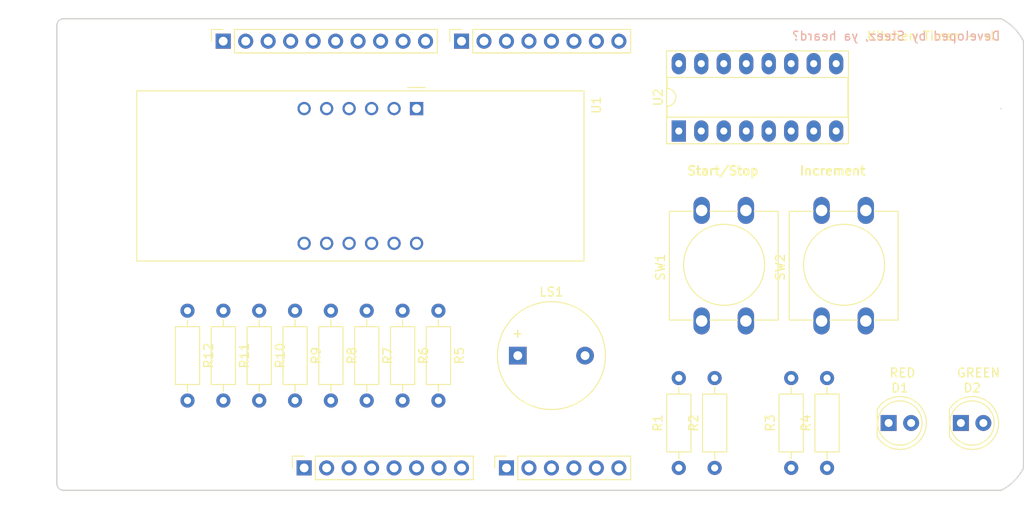
<source format=kicad_pcb>
(kicad_pcb (version 20221018) (generator pcbnew)
  (title_block (date "mar. 31 mars 2015"))
  (layers (0 "F.Cu" signal) (31 "B.Cu" signal) (34 "B.Paste" user) (35 "F.Paste" user) (36 "B.SilkS" user "B.Silkscreen") (37 "F.SilkS" user "F.Silkscreen") (38 "B.Mask" user) (39 "F.Mask" user) (44 "Edge.Cuts" user))
  (net 0 "")
  (net 1 "GND")
  (net 3 "+5V")
  (net 4 "/IOREF")
  (net 5 "/A0")
  (net 6 "/A1")
  (net 7 "/A2")
  (net 8 "/A3")
  (net 9 "/SDA{slash}A4")
  (net 10 "/SCL{slash}A5")
  (net 11 "Net-(D1-A)")
  (net 12 "Net-(D2-A)")
  (net 16 "Dig1")
  (net 17 "Dig2")
  (net 18 "Dig3")
  (net 19 "Dig4")
  (net 20 "DS")
  (net 21 "ST_CP")
  (net 22 "SH_CP")
  (net 23 "/TX{slash}1")
  (net 24 "Buzzer")
  (net 25 "/RX{slash}0")
  (net 26 "+3V3")
  (net 27 "VCC")
  (net 28 "/~{RESET}")
  (net 29 "RED_LED")
  (net 30 "GREEN_LED")
  (net 31 "Button_2")
  (net 32 "Button_1")
  (net 33 "a")
  (net 34 "Net-(U1-a)")
  (net 35 "b")
  (net 36 "Net-(U1-b)")
  (net 37 "c")
  (net 38 "Net-(U1-c)")
  (net 39 "d")
  (net 40 "Net-(U1-d)")
  (net 41 "e")
  (net 42 "Net-(U1-e)")
  (net 43 "f")
  (net 44 "Net-(U1-f)")
  (net 45 "g")
  (net 46 "Net-(U1-g)")
  (net 47 "dp")
  (net 48 "Net-(U1-DPX)")
  (footprint "Connector_PinSocket_2.54mm:PinSocket_1x08_P2.54mm_Vertical" (layer "F.Cu") (at 127.94 97.46 90)
    (fp_text reference "J1" hide)
    (fp_text value "Power")
    (fp_line (start -1.33 1.27) (end -1.33 19.11) (stroke (width 0.12)) (layer "F.SilkS"))
    (fp_line (start -1.33 1.27) (end 1.33 1.27) (stroke (width 0.12)) (layer "F.SilkS"))
    (fp_line (start -1.33 19.11) (end 1.33 19.11) (stroke (width 0.12)) (layer "F.SilkS"))
    (fp_line (start 0 -1.33) (end 1.33 -1.33) (stroke (width 0.12)) (layer "F.SilkS"))
    (fp_line (start 1.33 -1.33) (end 1.33 0) (stroke (width 0.12)) (layer "F.SilkS"))
    (fp_line (start 1.33 1.27) (end 1.33 19.11) (stroke (width 0.12)) (layer "F.SilkS"))
    (pad "1" thru_hole rect locked (at 0 0 90) (size 1.7 1.7) (drill 1) (layers "*.Cu" "*.Mask"))
    (pad "2" thru_hole oval locked (at 0 2.54 90) (size 1.7 1.7) (drill 1) (layers "*.Cu" "*.Mask") (net 4 "/IOREF"))
    (pad "3" thru_hole oval locked (at 0 5.08 90) (size 1.7 1.7) (drill 1) (layers "*.Cu" "*.Mask") (net 28 "/~{RESET}"))
    (pad "4" thru_hole oval locked (at 0 7.62 90) (size 1.7 1.7) (drill 1) (layers "*.Cu" "*.Mask") (net 26 "+3V3"))
    (pad "5" thru_hole oval locked (at 0 10.16 90) (size 1.7 1.7) (drill 1) (layers "*.Cu" "*.Mask") (net 3 "+5V"))
    (pad "6" thru_hole oval locked (at 0 12.7 90) (size 1.7 1.7) (drill 1) (layers "*.Cu" "*.Mask") (net 1 "GND"))
    (pad "7" thru_hole oval locked (at 0 15.24 90) (size 1.7 1.7) (drill 1) (layers "*.Cu" "*.Mask") (net 1 "GND"))
    (pad "8" thru_hole oval locked (at 0 17.78 90) (size 1.7 1.7) (drill 1) (layers "*.Cu" "*.Mask") (net 27 "VCC"))
  )
  (footprint "Connector_PinSocket_2.54mm:PinSocket_1x06_P2.54mm_Vertical" (layer "F.Cu") (at 150.8 97.46 90)
    (fp_text reference "J3" hide)
    (fp_text value "Analog")
    (fp_line (start -1.33 1.27) (end -1.33 14.03) (stroke (width 0.12)) (layer "F.SilkS"))
    (fp_line (start -1.33 1.27) (end 1.33 1.27) (stroke (width 0.12)) (layer "F.SilkS"))
    (fp_line (start -1.33 14.03) (end 1.33 14.03) (stroke (width 0.12)) (layer "F.SilkS"))
    (fp_line (start 0 -1.33) (end 1.33 -1.33) (stroke (width 0.12)) (layer "F.SilkS"))
    (fp_line (start 1.33 -1.33) (end 1.33 0) (stroke (width 0.12)) (layer "F.SilkS"))
    (fp_line (start 1.33 1.27) (end 1.33 14.03) (stroke (width 0.12)) (layer "F.SilkS"))
    (pad "1" thru_hole rect locked (at 0 0 90) (size 1.7 1.7) (drill 1) (layers "*.Cu" "*.Mask") (net 5 "/A0"))
    (pad "2" thru_hole oval locked (at 0 2.54 90) (size 1.7 1.7) (drill 1) (layers "*.Cu" "*.Mask") (net 6 "/A1"))
    (pad "3" thru_hole oval locked (at 0 5.08 90) (size 1.7 1.7) (drill 1) (layers "*.Cu" "*.Mask") (net 7 "/A2"))
    (pad "4" thru_hole oval locked (at 0 7.62 90) (size 1.7 1.7) (drill 1) (layers "*.Cu" "*.Mask") (net 8 "/A3"))
    (pad "5" thru_hole oval locked (at 0 10.16 90) (size 1.7 1.7) (drill 1) (layers "*.Cu" "*.Mask") (net 9 "/SDA{slash}A4"))
    (pad "6" thru_hole oval locked (at 0 12.7 90) (size 1.7 1.7) (drill 1) (layers "*.Cu" "*.Mask") (net 10 "/SCL{slash}A5"))
  )
  (footprint "Connector_PinSocket_2.54mm:PinSocket_1x10_P2.54mm_Vertical" (layer "F.Cu") (at 118.796 49.2 90)
    (fp_text reference "J2" hide)
    (fp_text value "Digital/PWM")
    (fp_line (start -1.33 1.27) (end -1.33 24.19) (stroke (width 0.12)) (layer "F.SilkS"))
    (fp_line (start -1.33 1.27) (end 1.33 1.27) (stroke (width 0.12)) (layer "F.SilkS"))
    (fp_line (start -1.33 24.19) (end 1.33 24.19) (stroke (width 0.12)) (layer "F.SilkS"))
    (fp_line (start 0 -1.33) (end 1.33 -1.33) (stroke (width 0.12)) (layer "F.SilkS"))
    (fp_line (start 1.33 -1.33) (end 1.33 0) (stroke (width 0.12)) (layer "F.SilkS"))
    (fp_line (start 1.33 1.27) (end 1.33 24.19) (stroke (width 0.12)) (layer "F.SilkS"))
    (pad "1" thru_hole rect locked (at 0 0 90) (size 1.7 1.7) (drill 1) (layers "*.Cu" "*.Mask"))
    (pad "2" thru_hole oval locked (at 0 2.54 90) (size 1.7 1.7) (drill 1) (layers "*.Cu" "*.Mask"))
    (pad "3" thru_hole oval locked (at 0 5.08 90) (size 1.7 1.7) (drill 1) (layers "*.Cu" "*.Mask"))
    (pad "4" thru_hole oval locked (at 0 7.62 90) (size 1.7 1.7) (drill 1) (layers "*.Cu" "*.Mask") (net 1 "GND"))
    (pad "5" thru_hole oval locked (at 0 10.16 90) (size 1.7 1.7) (drill 1) (layers "*.Cu" "*.Mask") (net 16 "Dig1"))
    (pad "6" thru_hole oval locked (at 0 12.7 90) (size 1.7 1.7) (drill 1) (layers "*.Cu" "*.Mask") (net 17 "Dig2"))
    (pad "7" thru_hole oval locked (at 0 15.24 90) (size 1.7 1.7) (drill 1) (layers "*.Cu" "*.Mask") (net 18 "Dig3"))
    (pad "8" thru_hole oval locked (at 0 17.78 90) (size 1.7 1.7) (drill 1) (layers "*.Cu" "*.Mask") (net 19 "Dig4"))
    (pad "9" thru_hole oval locked (at 0 20.32 90) (size 1.7 1.7) (drill 1) (layers "*.Cu" "*.Mask") (net 20 "DS"))
    (pad "10" thru_hole oval locked (at 0 22.86 90) (size 1.7 1.7) (drill 1) (layers "*.Cu" "*.Mask") (net 21 "ST_CP"))
  )
  (footprint "Connector_PinSocket_2.54mm:PinSocket_1x08_P2.54mm_Vertical" (layer "F.Cu") (at 145.72 49.2 90)
    (fp_text reference "J4" hide)
    (fp_text value "Digital/PWM")
    (fp_line (start -1.33 1.27) (end -1.33 19.11) (stroke (width 0.12)) (layer "F.SilkS"))
    (fp_line (start -1.33 1.27) (end 1.33 1.27) (stroke (width 0.12)) (layer "F.SilkS"))
    (fp_line (start -1.33 19.11) (end 1.33 19.11) (stroke (width 0.12)) (layer "F.SilkS"))
    (fp_line (start 0 -1.33) (end 1.33 -1.33) (stroke (width 0.12)) (layer "F.SilkS"))
    (fp_line (start 1.33 -1.33) (end 1.33 0) (stroke (width 0.12)) (layer "F.SilkS"))
    (fp_line (start 1.33 1.27) (end 1.33 19.11) (stroke (width 0.12)) (layer "F.SilkS"))
    (pad "1" thru_hole rect locked (at 0 0 90) (size 1.7 1.7) (drill 1) (layers "*.Cu" "*.Mask") (net 22 "SH_CP"))
    (pad "2" thru_hole oval locked (at 0 2.54 90) (size 1.7 1.7) (drill 1) (layers "*.Cu" "*.Mask") (net 24 "Buzzer"))
    (pad "3" thru_hole oval locked (at 0 5.08 90) (size 1.7 1.7) (drill 1) (layers "*.Cu" "*.Mask") (net 29 "RED_LED"))
    (pad "4" thru_hole oval locked (at 0 7.62 90) (size 1.7 1.7) (drill 1) (layers "*.Cu" "*.Mask") (net 30 "GREEN_LED"))
    (pad "5" thru_hole oval locked (at 0 10.16 90) (size 1.7 1.7) (drill 1) (layers "*.Cu" "*.Mask") (net 31 "Button_2"))
    (pad "6" thru_hole oval locked (at 0 12.7 90) (size 1.7 1.7) (drill 1) (layers "*.Cu" "*.Mask") (net 32 "Button_1"))
    (pad "7" thru_hole oval locked (at 0 15.24 90) (size 1.7 1.7) (drill 1) (layers "*.Cu" "*.Mask") (net 23 "/TX{slash}1"))
    (pad "8" thru_hole oval locked (at 0 17.78 90) (size 1.7 1.7) (drill 1) (layers "*.Cu" "*.Mask") (net 25 "/RX{slash}0"))
  )
  (footprint "LED_THT:LED_D5.0mm" (layer "F.Cu") (at 202.14 92.38)
    (fp_text reference "D2" (at 1.27 -3.96) (layer "F.SilkS"))
    (fp_text value "LED")
    (fp_line (start -1.29 -1.545) (end -1.29 1.545) (stroke (width 0.12)) (layer "F.SilkS"))
    (fp_arc (start -1.29 -1.54483) (mid 2.072002 -2.880433) (end 4.26 0.000462) (stroke (width 0.12)) (layer "F.SilkS"))
    (fp_arc (start 4.26 -0.000462) (mid 2.072002 2.880433) (end -1.29 1.54483) (stroke (width 0.12)) (layer "F.SilkS"))
    (fp_circle (center 1.27 0) (end 3.77 0) (stroke (width 0.12)) (fill none) (layer "F.SilkS"))
    (pad "1" thru_hole rect (at 0 0) (size 1.8 1.8) (drill 0.9) (layers "*.Cu" "*.Mask") (net 1 "GND"))
    (pad "2" thru_hole circle (at 2.54 0) (size 1.8 1.8) (drill 0.9) (layers "*.Cu" "*.Mask") (net 12 "Net-(D2-A)"))
  )
  (footprint "Package_DIP:DIP-16_W7.62mm_Socket_LongPads" (layer "F.Cu") (at 170.27 59.36 90)
    (fp_text reference "U2" (at 3.81 -2.33 90) (layer "F.SilkS"))
    (fp_text value "74HC595")
    (fp_line (start -1.44 -1.39) (end -1.44 19.17) (stroke (width 0.12)) (layer "F.SilkS"))
    (fp_line (start -1.44 19.17) (end 9.06 19.17) (stroke (width 0.12)) (layer "F.SilkS"))
    (fp_line (start 1.56 -1.33) (end 1.56 19.11) (stroke (width 0.12)) (layer "F.SilkS"))
    (fp_line (start 1.56 19.11) (end 6.06 19.11) (stroke (width 0.12)) (layer "F.SilkS"))
    (fp_line (start 2.81 -1.33) (end 1.56 -1.33) (stroke (width 0.12)) (layer "F.SilkS"))
    (fp_line (start 6.06 -1.33) (end 4.81 -1.33) (stroke (width 0.12)) (layer "F.SilkS"))
    (fp_line (start 6.06 19.11) (end 6.06 -1.33) (stroke (width 0.12)) (layer "F.SilkS"))
    (fp_line (start 9.06 -1.39) (end -1.44 -1.39) (stroke (width 0.12)) (layer "F.SilkS"))
    (fp_line (start 9.06 19.17) (end 9.06 -1.39) (stroke (width 0.12)) (layer "F.SilkS"))
    (fp_arc (start 4.81 -1.33) (mid 3.81 -0.33) (end 2.81 -1.33) (stroke (width 0.12)) (layer "F.SilkS"))
    (pad "1" thru_hole rect (at 0 0 90) (size 2.4 1.6) (drill 0.8) (layers "*.Cu" "*.Mask") (net 35 "b"))
    (pad "2" thru_hole oval (at 0 2.54 90) (size 2.4 1.6) (drill 0.8) (layers "*.Cu" "*.Mask") (net 37 "c"))
    (pad "3" thru_hole oval (at 0 5.08 90) (size 2.4 1.6) (drill 0.8) (layers "*.Cu" "*.Mask") (net 39 "d"))
    (pad "4" thru_hole oval (at 0 7.62 90) (size 2.4 1.6) (drill 0.8) (layers "*.Cu" "*.Mask") (net 41 "e"))
    (pad "5" thru_hole oval (at 0 10.16 90) (size 2.4 1.6) (drill 0.8) (layers "*.Cu" "*.Mask") (net 43 "f"))
    (pad "6" thru_hole oval (at 0 12.7 90) (size 2.4 1.6) (drill 0.8) (layers "*.Cu" "*.Mask") (net 45 "g"))
    (pad "7" thru_hole oval (at 0 15.24 90) (size 2.4 1.6) (drill 0.8) (layers "*.Cu" "*.Mask") (net 47 "dp"))
    (pad "8" thru_hole oval (at 0 17.78 90) (size 2.4 1.6) (drill 0.8) (layers "*.Cu" "*.Mask") (net 1 "GND"))
    (pad "9" thru_hole oval (at 7.62 17.78 90) (size 2.4 1.6) (drill 0.8) (layers "*.Cu" "*.Mask"))
    (pad "10" thru_hole oval (at 7.62 15.24 90) (size 2.4 1.6) (drill 0.8) (layers "*.Cu" "*.Mask") (net 3 "+5V"))
    (pad "11" thru_hole oval (at 7.62 12.7 90) (size 2.4 1.6) (drill 0.8) (layers "*.Cu" "*.Mask") (net 22 "SH_CP"))
    (pad "12" thru_hole oval (at 7.62 10.16 90) (size 2.4 1.6) (drill 0.8) (layers "*.Cu" "*.Mask") (net 21 "ST_CP"))
    (pad "13" thru_hole oval (at 7.62 7.62 90) (size 2.4 1.6) (drill 0.8) (layers "*.Cu" "*.Mask") (net 1 "GND"))
    (pad "14" thru_hole oval (at 7.62 5.08 90) (size 2.4 1.6) (drill 0.8) (layers "*.Cu" "*.Mask") (net 20 "DS"))
    (pad "15" thru_hole oval (at 7.62 2.54 90) (size 2.4 1.6) (drill 0.8) (layers "*.Cu" "*.Mask") (net 33 "a"))
    (pad "16" thru_hole oval (at 7.62 0 90) (size 2.4 1.6) (drill 0.8) (layers "*.Cu" "*.Mask") (net 3 "+5V"))
  )
  (footprint "Resistor_THT:R_Axial_DIN0207_L6.3mm_D2.5mm_P10.16mm_Horizontal" (layer "F.Cu") (at 130.96 79.68 -90)
    (fp_text reference "R8" (at 5.08 -2.37 90) (layer "F.SilkS"))
    (fp_text value "100")
    (fp_line (start 1.04 0) (end 1.81 0) (stroke (width 0.12)) (layer "F.SilkS"))
    (fp_line (start 1.81 -1.37) (end 1.81 1.37) (stroke (width 0.12)) (layer "F.SilkS"))
    (fp_line (start 1.81 1.37) (end 8.35 1.37) (stroke (width 0.12)) (layer "F.SilkS"))
    (fp_line (start 8.35 -1.37) (end 1.81 -1.37) (stroke (width 0.12)) (layer "F.SilkS"))
    (fp_line (start 8.35 1.37) (end 8.35 -1.37) (stroke (width 0.12)) (layer "F.SilkS"))
    (fp_line (start 9.12 0) (end 8.35 0) (stroke (width 0.12)) (layer "F.SilkS"))
    (pad "1" thru_hole circle (at 0 0 270) (size 1.6 1.6) (drill 0.8) (layers "*.Cu" "*.Mask") (net 39 "d"))
    (pad "2" thru_hole oval (at 10.16 0 270) (size 1.6 1.6) (drill 0.8) (layers "*.Cu" "*.Mask") (net 40 "Net-(U1-d)"))
  )
  (footprint "Resistor_THT:R_Axial_DIN0207_L6.3mm_D2.5mm_P10.16mm_Horizontal" (layer "F.Cu") (at 143.11 79.68 -90)
    (fp_text reference "R5" (at 5.08 -2.37 90) (layer "F.SilkS"))
    (fp_text value "100")
    (fp_line (start 1.04 0) (end 1.81 0) (stroke (width 0.12)) (layer "F.SilkS"))
    (fp_line (start 1.81 -1.37) (end 1.81 1.37) (stroke (width 0.12)) (layer "F.SilkS"))
    (fp_line (start 1.81 1.37) (end 8.35 1.37) (stroke (width 0.12)) (layer "F.SilkS"))
    (fp_line (start 8.35 -1.37) (end 1.81 -1.37) (stroke (width 0.12)) (layer "F.SilkS"))
    (fp_line (start 8.35 1.37) (end 8.35 -1.37) (stroke (width 0.12)) (layer "F.SilkS"))
    (fp_line (start 9.12 0) (end 8.35 0) (stroke (width 0.12)) (layer "F.SilkS"))
    (pad "1" thru_hole circle (at 0 0 270) (size 1.6 1.6) (drill 0.8) (layers "*.Cu" "*.Mask") (net 33 "a"))
    (pad "2" thru_hole oval (at 10.16 0 270) (size 1.6 1.6) (drill 0.8) (layers "*.Cu" "*.Mask") (net 34 "Net-(U1-a)"))
  )
  (footprint "LED_THT:LED_D5.0mm" (layer "F.Cu") (at 193.98 92.38)
    (fp_text reference "D1" (at 1.27 -3.96) (layer "F.SilkS"))
    (fp_text value "LED")
    (fp_line (start -1.29 -1.545) (end -1.29 1.545) (stroke (width 0.12)) (layer "F.SilkS"))
    (fp_arc (start -1.29 -1.54483) (mid 2.072002 -2.880433) (end 4.26 0.000462) (stroke (width 0.12)) (layer "F.SilkS"))
    (fp_arc (start 4.26 -0.000462) (mid 2.072002 2.880433) (end -1.29 1.54483) (stroke (width 0.12)) (layer "F.SilkS"))
    (fp_circle (center 1.27 0) (end 3.77 0) (stroke (width 0.12)) (fill none) (layer "F.SilkS"))
    (pad "1" thru_hole rect (at 0 0) (size 1.8 1.8) (drill 0.9) (layers "*.Cu" "*.Mask") (net 1 "GND"))
    (pad "2" thru_hole circle (at 2.54 0) (size 1.8 1.8) (drill 0.9) (layers "*.Cu" "*.Mask") (net 11 "Net-(D1-A)"))
  )
  (footprint "Resistor_THT:R_Axial_DIN0207_L6.3mm_D2.5mm_P10.16mm_Horizontal" (layer "F.Cu") (at 170.27 97.46 90)
    (fp_text reference "R1" (at 5.08 -2.37 90) (layer "F.SilkS"))
    (fp_text value "10k")
    (fp_line (start 1.04 0) (end 1.81 0) (stroke (width 0.12)) (layer "F.SilkS"))
    (fp_line (start 1.81 -1.37) (end 1.81 1.37) (stroke (width 0.12)) (layer "F.SilkS"))
    (fp_line (start 1.81 1.37) (end 8.35 1.37) (stroke (width 0.12)) (layer "F.SilkS"))
    (fp_line (start 8.35 -1.37) (end 1.81 -1.37) (stroke (width 0.12)) (layer "F.SilkS"))
    (fp_line (start 8.35 1.37) (end 8.35 -1.37) (stroke (width 0.12)) (layer "F.SilkS"))
    (fp_line (start 9.12 0) (end 8.35 0) (stroke (width 0.12)) (layer "F.SilkS"))
    (pad "1" thru_hole circle (at 0 0 90) (size 1.6 1.6) (drill 0.8) (layers "*.Cu" "*.Mask") (net 32 "Button_1"))
    (pad "2" thru_hole oval (at 10.16 0 90) (size 1.6 1.6) (drill 0.8) (layers "*.Cu" "*.Mask") (net 1 "GND"))
  )
  (footprint "Buzzer_Beeper:Buzzer_12x9.5RM7.6" (layer "F.Cu") (at 152.08 84.76)
    (fp_text reference "LS1" (at 3.8 -7.2) (layer "F.SilkS"))
    (fp_text value "Speaker")
    (fp_text user "+" (at -0.01 -2.54) (layer "F.SilkS"))
    (fp_circle (center 3.8 0) (end 9.9 0) (stroke (width 0.12)) (fill none) (layer "F.SilkS"))
    (pad "1" thru_hole rect (at 0 0) (size 2 2) (drill 1) (layers "*.Cu" "*.Mask") (net 24 "Buzzer"))
    (pad "2" thru_hole circle (at 7.6 0) (size 2 2) (drill 1) (layers "*.Cu" "*.Mask") (net 1 "GND"))
  )
  (footprint "Resistor_THT:R_Axial_DIN0207_L6.3mm_D2.5mm_P10.16mm_Horizontal" (layer "F.Cu") (at 174.32 97.46 90)
    (fp_text reference "R2" (at 5.08 -2.37 90) (layer "F.SilkS"))
    (fp_text value "10k")
    (fp_line (start 1.04 0) (end 1.81 0) (stroke (width 0.12)) (layer "F.SilkS"))
    (fp_line (start 1.81 -1.37) (end 1.81 1.37) (stroke (width 0.12)) (layer "F.SilkS"))
    (fp_line (start 1.81 1.37) (end 8.35 1.37) (stroke (width 0.12)) (layer "F.SilkS"))
    (fp_line (start 8.35 -1.37) (end 1.81 -1.37) (stroke (width 0.12)) (layer "F.SilkS"))
    (fp_line (start 8.35 1.37) (end 8.35 -1.37) (stroke (width 0.12)) (layer "F.SilkS"))
    (fp_line (start 9.12 0) (end 8.35 0) (stroke (width 0.12)) (layer "F.SilkS"))
    (pad "1" thru_hole circle (at 0 0 90) (size 1.6 1.6) (drill 0.8) (layers "*.Cu" "*.Mask") (net 31 "Button_2"))
    (pad "2" thru_hole oval (at 10.16 0 90) (size 1.6 1.6) (drill 0.8) (layers "*.Cu" "*.Mask") (net 1 "GND"))
  )
  (footprint "Button_Switch_THT:SW_PUSH-12mm" (layer "F.Cu") (at 172.85 80.84 90)
    (fp_text reference "SW1" (at 6.08 -4.66 90) (layer "F.SilkS"))
    (fp_text value "SW_Push")
    (fp_line (start 0.1 -3.65) (end 12.4 -3.65) (stroke (width 0.12)) (layer "F.SilkS"))
    (fp_line (start 0.1 -0.93) (end 0.1 -3.65) (stroke (width 0.12)) (layer "F.SilkS"))
    (fp_line (start 0.1 4.07) (end 0.1 0.93) (stroke (width 0.12)) (layer "F.SilkS"))
    (fp_line (start 0.1 8.65) (end 0.1 5.93) (stroke (width 0.12)) (layer "F.SilkS"))
    (fp_line (start 12.4 -3.65) (end 12.4 -0.93) (stroke (width 0.12)) (layer "F.SilkS"))
    (fp_line (start 12.4 0.93) (end 12.4 4.07) (stroke (width 0.12)) (layer "F.SilkS"))
    (fp_line (start 12.4 5.93) (end 12.4 8.65) (stroke (width 0.12)) (layer "F.SilkS"))
    (fp_line (start 12.4 8.65) (end 0.1 8.65) (stroke (width 0.12)) (layer "F.SilkS"))
    (fp_circle (center 6.35 2.54) (end 10.16 5.08) (stroke (width 0.12)) (fill none) (layer "F.SilkS"))
    (pad "1" thru_hole oval (at 0 0 90) (size 3.048 1.85) (drill 1.3) (layers "*.Cu" "*.Mask") (net 3 "+5V"))
    (pad "1" thru_hole oval (at 12.5 0 90) (size 3.048 1.85) (drill 1.3) (layers "*.Cu" "*.Mask") (net 3 "+5V"))
    (pad "2" thru_hole oval (at 0 5 90) (size 3.048 1.85) (drill 1.3) (layers "*.Cu" "*.Mask") (net 32 "Button_1"))
    (pad "2" thru_hole oval (at 12.5 5 90) (size 3.048 1.85) (drill 1.3) (layers "*.Cu" "*.Mask") (net 32 "Button_1"))
  )
  (footprint "Button_Switch_THT:SW_PUSH-12mm" (layer "F.Cu") (at 186.4 80.84 90)
    (fp_text reference "SW2" (at 6.08 -4.66 90) (layer "F.SilkS"))
    (fp_text value "SW_Push")
    (fp_line (start 0.1 -3.65) (end 12.4 -3.65) (stroke (width 0.12)) (layer "F.SilkS"))
    (fp_line (start 0.1 -0.93) (end 0.1 -3.65) (stroke (width 0.12)) (layer "F.SilkS"))
    (fp_line (start 0.1 4.07) (end 0.1 0.93) (stroke (width 0.12)) (layer "F.SilkS"))
    (fp_line (start 0.1 8.65) (end 0.1 5.93) (stroke (width 0.12)) (layer "F.SilkS"))
    (fp_line (start 12.4 -3.65) (end 12.4 -0.93) (stroke (width 0.12)) (layer "F.SilkS"))
    (fp_line (start 12.4 0.93) (end 12.4 4.07) (stroke (width 0.12)) (layer "F.SilkS"))
    (fp_line (start 12.4 5.93) (end 12.4 8.65) (stroke (width 0.12)) (layer "F.SilkS"))
    (fp_line (start 12.4 8.65) (end 0.1 8.65) (stroke (width 0.12)) (layer "F.SilkS"))
    (fp_circle (center 6.35 2.54) (end 10.16 5.08) (stroke (width 0.12)) (fill none) (layer "F.SilkS"))
    (pad "1" thru_hole oval (at 0 0 90) (size 3.048 1.85) (drill 1.3) (layers "*.Cu" "*.Mask") (net 3 "+5V"))
    (pad "1" thru_hole oval (at 12.5 0 90) (size 3.048 1.85) (drill 1.3) (layers "*.Cu" "*.Mask") (net 3 "+5V"))
    (pad "2" thru_hole oval (at 0 5 90) (size 3.048 1.85) (drill 1.3) (layers "*.Cu" "*.Mask") (net 31 "Button_2"))
    (pad "2" thru_hole oval (at 12.5 5 90) (size 3.048 1.85) (drill 1.3) (layers "*.Cu" "*.Mask") (net 31 "Button_2"))
  )
  (footprint "Display_7Segment:CA56-12EWA" (layer "F.Cu") (at 140.64 56.82 -90)
    (fp_text reference "U1" (at -0.4 -20.31 90) (layer "F.SilkS"))
    (fp_text value "CA56-12EWA")
    (fp_line (start -2.38 -1) (end -2.38 1) (stroke (width 0.12)) (layer "F.SilkS"))
    (fp_line (start -2 -18.92) (end -2 31.62) (stroke (width 0.12)) (layer "F.SilkS"))
    (fp_line (start -2 -18.92) (end 17.24 -18.92) (stroke (width 0.12)) (layer "F.SilkS"))
    (fp_line (start -2 31.62) (end 17.24 31.62) (stroke (width 0.12)) (layer "F.SilkS"))
    (fp_line (start 17.24 31.62) (end 17.24 -18.92) (stroke (width 0.12)) (layer "F.SilkS"))
    (pad "1" thru_hole rect (at 0 0 270) (size 1.5 1.5) (drill 1) (layers "*.Cu" "*.Mask") (net 42 "Net-(U1-e)"))
    (pad "2" thru_hole circle (at 0 2.54 270) (size 1.5 1.5) (drill 1) (layers "*.Cu" "*.Mask") (net 40 "Net-(U1-d)"))
    (pad "3" thru_hole circle (at 0 5.08 270) (size 1.5 1.5) (drill 1) (layers "*.Cu" "*.Mask") (net 48 "Net-(U1-DPX)"))
    (pad "4" thru_hole circle (at 0 7.62 270) (size 1.5 1.5) (drill 1) (layers "*.Cu" "*.Mask") (net 38 "Net-(U1-c)"))
    (pad "5" thru_hole circle (at 0 10.16 270) (size 1.5 1.5) (drill 1) (layers "*.Cu" "*.Mask") (net 46 "Net-(U1-g)"))
    (pad "6" thru_hole circle (at 0 12.7 270) (size 1.5 1.5) (drill 1) (layers "*.Cu" "*.Mask") (net 19 "Dig4"))
    (pad "7" thru_hole circle (at 15.24 12.7 270) (size 1.5 1.5) (drill 1) (layers "*.Cu" "*.Mask") (net 36 "Net-(U1-b)"))
    (pad "8" thru_hole circle (at 15.24 10.16 270) (size 1.5 1.5) (drill 1) (layers "*.Cu" "*.Mask") (net 18 "Dig3"))
    (pad "9" thru_hole circle (at 15.24 7.62 270) (size 1.5 1.5) (drill 1) (layers "*.Cu" "*.Mask") (net 17 "Dig2"))
    (pad "10" thru_hole circle (at 15.24 5.08 270) (size 1.5 1.5) (drill 1) (layers "*.Cu" "*.Mask") (net 44 "Net-(U1-f)"))
    (pad "11" thru_hole circle (at 15.24 2.54 270) (size 1.5 1.5) (drill 1) (layers "*.Cu" "*.Mask") (net 34 "Net-(U1-a)"))
    (pad "12" thru_hole circle (at 15.24 0 270) (size 1.5 1.5) (drill 1) (layers "*.Cu" "*.Mask") (net 16 "Dig1"))
  )
  (footprint "Resistor_THT:R_Axial_DIN0207_L6.3mm_D2.5mm_P10.16mm_Horizontal" (layer "F.Cu") (at 114.76 79.68 -90)
    (fp_text reference "R12" (at 5.08 -2.37 90) (layer "F.SilkS"))
    (fp_text value "100")
    (fp_line (start 1.04 0) (end 1.81 0) (stroke (width 0.12)) (layer "F.SilkS"))
    (fp_line (start 1.81 -1.37) (end 1.81 1.37) (stroke (width 0.12)) (layer "F.SilkS"))
    (fp_line (start 1.81 1.37) (end 8.35 1.37) (stroke (width 0.12)) (layer "F.SilkS"))
    (fp_line (start 8.35 -1.37) (end 1.81 -1.37) (stroke (width 0.12)) (layer "F.SilkS"))
    (fp_line (start 8.35 1.37) (end 8.35 -1.37) (stroke (width 0.12)) (layer "F.SilkS"))
    (fp_line (start 9.12 0) (end 8.35 0) (stroke (width 0.12)) (layer "F.SilkS"))
    (pad "1" thru_hole circle (at 0 0 270) (size 1.6 1.6) (drill 0.8) (layers "*.Cu" "*.Mask") (net 47 "dp"))
    (pad "2" thru_hole oval (at 10.16 0 270) (size 1.6 1.6) (drill 0.8) (layers "*.Cu" "*.Mask") (net 48 "Net-(U1-DPX)"))
  )
  (footprint "Resistor_THT:R_Axial_DIN0207_L6.3mm_D2.5mm_P10.16mm_Horizontal" (layer "F.Cu") (at 122.86 79.68 -90)
    (fp_text reference "R10" (at 5.08 -2.37 90) (layer "F.SilkS"))
    (fp_text value "100")
    (fp_line (start 1.04 0) (end 1.81 0) (stroke (width 0.12)) (layer "F.SilkS"))
    (fp_line (start 1.81 -1.37) (end 1.81 1.37) (stroke (width 0.12)) (layer "F.SilkS"))
    (fp_line (start 1.81 1.37) (end 8.35 1.37) (stroke (width 0.12)) (layer "F.SilkS"))
    (fp_line (start 8.35 -1.37) (end 1.81 -1.37) (stroke (width 0.12)) (layer "F.SilkS"))
    (fp_line (start 8.35 1.37) (end 8.35 -1.37) (stroke (width 0.12)) (layer "F.SilkS"))
    (fp_line (start 9.12 0) (end 8.35 0) (stroke (width 0.12)) (layer "F.SilkS"))
    (pad "1" thru_hole circle (at 0 0 270) (size 1.6 1.6) (drill 0.8) (layers "*.Cu" "*.Mask") (net 43 "f"))
    (pad "2" thru_hole oval (at 10.16 0 270) (size 1.6 1.6) (drill 0.8) (layers "*.Cu" "*.Mask") (net 44 "Net-(U1-f)"))
  )
  (footprint "Resistor_THT:R_Axial_DIN0207_L6.3mm_D2.5mm_P10.16mm_Horizontal" (layer "F.Cu") (at 126.91 79.68 -90)
    (fp_text reference "R9" (at 5.08 -2.37 90) (layer "F.SilkS"))
    (fp_text value "100")
    (fp_line (start 1.04 0) (end 1.81 0) (stroke (width 0.12)) (layer "F.SilkS"))
    (fp_line (start 1.81 -1.37) (end 1.81 1.37) (stroke (width 0.12)) (layer "F.SilkS"))
    (fp_line (start 1.81 1.37) (end 8.35 1.37) (stroke (width 0.12)) (layer "F.SilkS"))
    (fp_line (start 8.35 -1.37) (end 1.81 -1.37) (stroke (width 0.12)) (layer "F.SilkS"))
    (fp_line (start 8.35 1.37) (end 8.35 -1.37) (stroke (width 0.12)) (layer "F.SilkS"))
    (fp_line (start 9.12 0) (end 8.35 0) (stroke (width 0.12)) (layer "F.SilkS"))
    (pad "1" thru_hole circle (at 0 0 270) (size 1.6 1.6) (drill 0.8) (layers "*.Cu" "*.Mask") (net 41 "e"))
    (pad "2" thru_hole oval (at 10.16 0 270) (size 1.6 1.6) (drill 0.8) (layers "*.Cu" "*.Mask") (net 42 "Net-(U1-e)"))
  )
  (footprint "Resistor_THT:R_Axial_DIN0207_L6.3mm_D2.5mm_P10.16mm_Horizontal" (layer "F.Cu") (at 139.06 79.68 -90)
    (fp_text reference "R6" (at 5.08 -2.37 90) (layer "F.SilkS"))
    (fp_text value "100")
    (fp_line (start 1.04 0) (end 1.81 0) (stroke (width 0.12)) (layer "F.SilkS"))
    (fp_line (start 1.81 -1.37) (end 1.81 1.37) (stroke (width 0.12)) (layer "F.SilkS"))
    (fp_line (start 1.81 1.37) (end 8.35 1.37) (stroke (width 0.12)) (layer "F.SilkS"))
    (fp_line (start 8.35 -1.37) (end 1.81 -1.37) (stroke (width 0.12)) (layer "F.SilkS"))
    (fp_line (start 8.35 1.37) (end 8.35 -1.37) (stroke (width 0.12)) (layer "F.SilkS"))
    (fp_line (start 9.12 0) (end 8.35 0) (stroke (width 0.12)) (layer "F.SilkS"))
    (pad "1" thru_hole circle (at 0 0 270) (size 1.6 1.6) (drill 0.8) (layers "*.Cu" "*.Mask") (net 35 "b"))
    (pad "2" thru_hole oval (at 10.16 0 270) (size 1.6 1.6) (drill 0.8) (layers "*.Cu" "*.Mask") (net 36 "Net-(U1-b)"))
  )
  (footprint "Resistor_THT:R_Axial_DIN0207_L6.3mm_D2.5mm_P10.16mm_Horizontal" (layer "F.Cu") (at 182.97 97.46 90)
    (fp_text reference "R3" (at 5.08 -2.37 90) (layer "F.SilkS"))
    (fp_text value "330")
    (fp_line (start 1.04 0) (end 1.81 0) (stroke (width 0.12)) (layer "F.SilkS"))
    (fp_line (start 1.81 -1.37) (end 1.81 1.37) (stroke (width 0.12)) (layer "F.SilkS"))
    (fp_line (start 1.81 1.37) (end 8.35 1.37) (stroke (width 0.12)) (layer "F.SilkS"))
    (fp_line (start 8.35 -1.37) (end 1.81 -1.37) (stroke (width 0.12)) (layer "F.SilkS"))
    (fp_line (start 8.35 1.37) (end 8.35 -1.37) (stroke (width 0.12)) (layer "F.SilkS"))
    (fp_line (start 9.12 0) (end 8.35 0) (stroke (width 0.12)) (layer "F.SilkS"))
    (pad "1" thru_hole circle (at 0 0 90) (size 1.6 1.6) (drill 0.8) (layers "*.Cu" "*.Mask") (net 29 "RED_LED"))
    (pad "2" thru_hole oval (at 10.16 0 90) (size 1.6 1.6) (drill 0.8) (layers "*.Cu" "*.Mask") (net 11 "Net-(D1-A)"))
  )
  (footprint "Resistor_THT:R_Axial_DIN0207_L6.3mm_D2.5mm_P10.16mm_Horizontal" (layer "F.Cu") (at 135.01 79.68 -90)
    (fp_text reference "R7" (at 5.08 -2.37 90) (layer "F.SilkS"))
    (fp_text value "100")
    (fp_line (start 1.04 0) (end 1.81 0) (stroke (width 0.12)) (layer "F.SilkS"))
    (fp_line (start 1.81 -1.37) (end 1.81 1.37) (stroke (width 0.12)) (layer "F.SilkS"))
    (fp_line (start 1.81 1.37) (end 8.35 1.37) (stroke (width 0.12)) (layer "F.SilkS"))
    (fp_line (start 8.35 -1.37) (end 1.81 -1.37) (stroke (width 0.12)) (layer "F.SilkS"))
    (fp_line (start 8.35 1.37) (end 8.35 -1.37) (stroke (width 0.12)) (layer "F.SilkS"))
    (fp_line (start 9.12 0) (end 8.35 0) (stroke (width 0.12)) (layer "F.SilkS"))
    (pad "1" thru_hole circle (at 0 0 270) (size 1.6 1.6) (drill 0.8) (layers "*.Cu" "*.Mask") (net 37 "c"))
    (pad "2" thru_hole oval (at 10.16 0 270) (size 1.6 1.6) (drill 0.8) (layers "*.Cu" "*.Mask") (net 38 "Net-(U1-c)"))
  )
  (footprint "Resistor_THT:R_Axial_DIN0207_L6.3mm_D2.5mm_P10.16mm_Horizontal" (layer "F.Cu") (at 118.81 79.68 -90)
    (fp_text reference "R11" (at 5.08 -2.37 90) (layer "F.SilkS"))
    (fp_text value "100")
    (fp_line (start 1.04 0) (end 1.81 0) (stroke (width 0.12)) (layer "F.SilkS"))
    (fp_line (start 1.81 -1.37) (end 1.81 1.37) (stroke (width 0.12)) (layer "F.SilkS"))
    (fp_line (start 1.81 1.37) (end 8.35 1.37) (stroke (width 0.12)) (layer "F.SilkS"))
    (fp_line (start 8.35 -1.37) (end 1.81 -1.37) (stroke (width 0.12)) (layer "F.SilkS"))
    (fp_line (start 8.35 1.37) (end 8.35 -1.37) (stroke (width 0.12)) (layer "F.SilkS"))
    (fp_line (start 9.12 0) (end 8.35 0) (stroke (width 0.12)) (layer "F.SilkS"))
    (pad "1" thru_hole circle (at 0 0 270) (size 1.6 1.6) (drill 0.8) (layers "*.Cu" "*.Mask") (net 45 "g"))
    (pad "2" thru_hole oval (at 10.16 0 270) (size 1.6 1.6) (drill 0.8) (layers "*.Cu" "*.Mask") (net 46 "Net-(U1-g)"))
  )
  (footprint "Resistor_THT:R_Axial_DIN0207_L6.3mm_D2.5mm_P10.16mm_Horizontal" (layer "F.Cu") (at 187.02 97.46 90)
    (fp_text reference "R4" (at 5.08 -2.37 90) (layer "F.SilkS"))
    (fp_text value "330")
    (fp_line (start 1.04 0) (end 1.81 0) (stroke (width 0.12)) (layer "F.SilkS"))
    (fp_line (start 1.81 -1.37) (end 1.81 1.37) (stroke (width 0.12)) (layer "F.SilkS"))
    (fp_line (start 1.81 1.37) (end 8.35 1.37) (stroke (width 0.12)) (layer "F.SilkS"))
    (fp_line (start 8.35 -1.37) (end 1.81 -1.37) (stroke (width 0.12)) (layer "F.SilkS"))
    (fp_line (start 8.35 1.37) (end 8.35 -1.37) (stroke (width 0.12)) (layer "F.SilkS"))
    (fp_line (start 9.12 0) (end 8.35 0) (stroke (width 0.12)) (layer "F.SilkS"))
    (pad "1" thru_hole circle (at 0 0 90) (size 1.6 1.6) (drill 0.8) (layers "*.Cu" "*.Mask") (net 30 "GREEN_LED"))
    (pad "2" thru_hole oval (at 10.16 0 90) (size 1.6 1.6) (drill 0.8) (layers "*.Cu" "*.Mask") (net 12 "Net-(D2-A)"))
  )
  (gr_arc (start 206.68 46.660001) (mid 208.156092 47.723908) (end 209.219999 49.2) (stroke (width 0.15)) (layer "Edge.Cuts"))
  (gr_line (start 209.22 49.2) (end 209.22 61.9) (stroke (width 0.15)) (layer "Edge.Cuts"))
  (gr_line (start 100 99.238) (end 100 47.422) (stroke (width 0.15)) (layer "Edge.Cuts"))
  (gr_arc (start 209.219999 97.460001) (mid 208.156092 98.936093) (end 206.68 100) (stroke (width 0.15)) (layer "Edge.Cuts"))
  (gr_line (start 209.22 97.46) (end 209.22 97.46) (stroke (width 0.15)) (layer "Edge.Cuts"))
  (gr_line (start 165.278 100) (end 100.762 100) (stroke (width 0.15)) (layer "Edge.Cuts"))
  (gr_line (start 100.762 46.66) (end 163.5 46.66) (stroke (width 0.15)) (layer "Edge.Cuts"))
  (gr_line (start 206.68 100) (end 206.68 100) (stroke (width 0.15)) (layer "Edge.Cuts"))
  (gr_line (start 206.68 100) (end 165.278 100) (stroke (width 0.15)) (layer "Edge.Cuts"))
  (gr_arc (start 100.762 100) (mid 100.223185 99.776815) (end 100 99.238) (stroke (width 0.15)) (layer "Edge.Cuts"))
  (gr_line (start 163.5 46.66) (end 196.52 46.66) (stroke (width 0.15)) (layer "Edge.Cuts"))
  (gr_line (start 196.52 46.66) (end 206.68 46.66) (stroke (width 0.15)) (layer "Edge.Cuts"))
  (gr_line (start 206.68 56.82) (end 206.68 56.82) (stroke (width 0.15)) (layer "Edge.Cuts"))
  (gr_arc (start 100 47.422) (mid 100.223185 46.883185) (end 100.762 46.66) (stroke (width 0.15)) (layer "Edge.Cuts"))
  (gr_line (start 209.22 61.9) (end 209.22 97.46) (stroke (width 0.15)) (layer "Edge.Cuts"))
  (gr_text "Developed by Steez, ya heard?\n" (at 206.68 49.2) (layer "B.SilkS") (effects (font (size 1 1)) (justify left bottom mirror)))
  (gr_text "GREEN\n" (at 201.6 87.3) (layer "F.SilkS") (effects (font (size 1 1)) (justify left bottom)))
  (gr_text "Increment" (at 183.82 64.44) (layer "F.SilkS") (effects (font (size 1 1) (thickness 0.2) bold) (justify left bottom)))
  (gr_text "Start/Stop" (at 171.12 64.44) (layer "F.SilkS") (effects (font (size 1 1) (thickness 0.2) bold) (justify left bottom)))
  (gr_text "Kitchen Timer - vI\n" (at 191.44 49.2) (layer "F.SilkS") (effects (font (size 1 1)) (justify left bottom)))
  (gr_text "RED" (at 193.98 87.3) (layer "F.SilkS") (effects (font (size 1 1)) (justify left bottom)))
)
</source>
